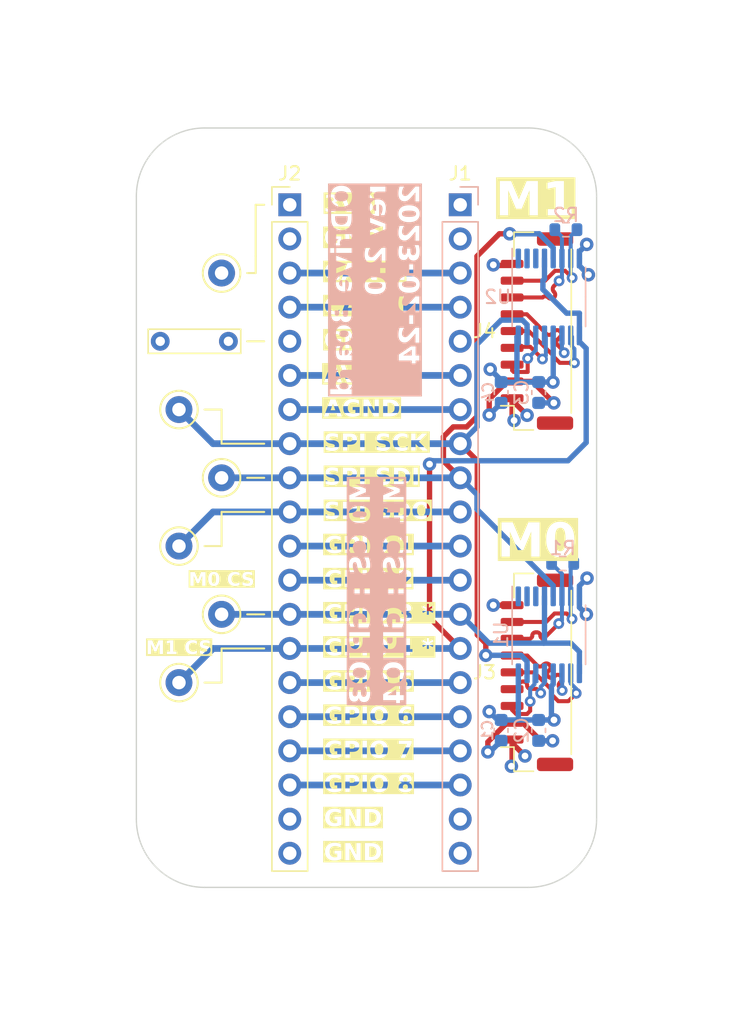
<source format=kicad_pcb>
(kicad_pcb (version 20221018) (generator pcbnew)
  (title_block (title "ODrive to SN65LVDS050 Board") (date "2022-08-26") (rev "2.0") (comment 1 "creativecommons.org/licences/by/4.0") (comment 2 "License: CC by 4.0") (comment 3 "Author: Jordan Aceto"))
  (layers (0 "F.Cu" signal) (1 "In1.Cu" signal) (2 "In2.Cu" signal) (31 "B.Cu" signal) (34 "B.Paste" user) (35 "F.Paste" user) (36 "B.SilkS" user "B.Silkscreen") (37 "F.SilkS" user "F.Silkscreen") (38 "B.Mask" user) (39 "F.Mask" user) (44 "Edge.Cuts" user))
  (net 0 "")
  (net 1 "GND")
  (net 2 "/CAN_H")
  (net 3 "/CAN_L")
  (net 4 "+3.3VADC")
  (net 5 "GNDA")
  (net 6 "+3V3")
  (net 7 "/GPIO_1")
  (net 8 "/GPIO_2")
  (net 9 "/GPIO_3")
  (net 10 "/GPIO_4")
  (net 11 "/GPIO_5")
  (net 12 "/GPIO_6")
  (net 13 "/GPIO_7")
  (net 14 "/GPIO_8")
  (net 15 "/M0_1D+")
  (net 16 "/M0_1D-")
  (net 17 "/M0_2D+")
  (net 18 "/M0_2D-")
  (net 19 "/SPI.SCK")
  (net 20 "/SPI.SDI")
  (net 21 "/SPI.SDO")
  (net 22 "/M0_2R+")
  (net 23 "/M0_2R-")
  (net 24 "/M1_1D+")
  (net 25 "/M1_1D-")
  (net 26 "/M1_2D+")
  (net 27 "/M1_2D-")
  (net 28 "/M1_2R+")
  (net 29 "/M1_2R-")
  (footprint "Connector_JST:JST_GH_SM09B-GHS-TB_1x09-1MP_P1.25mm_Horizontal" (layer "F.Cu") (at 164.465 116.078 90)
    (fp_text reference "J3" (at 0 -3.9 180) (layer "F.SilkS"))
    (fp_text value "MOTOR_0")
    (pad "1" smd roundrect (at -5 -1.85 90) (size 0.6 1.7) (layers "F.Cu" "F.Paste" "F.Mask") (net 6 "+3V3"))
    (pad "2" smd roundrect (at -3.75 -1.85 90) (size 0.6 1.7) (layers "F.Cu" "F.Paste" "F.Mask") (net 1 "GND"))
    (pad "3" smd roundrect (at -2.5 -1.85 90) (size 0.6 1.7) (layers "F.Cu" "F.Paste" "F.Mask") (net 15 "/M0_1D+"))
    (pad "4" smd roundrect (at -1.25 -1.85 90) (size 0.6 1.7) (layers "F.Cu" "F.Paste" "F.Mask") (net 16 "/M0_1D-"))
    (pad "5" smd roundrect (at 0 -1.85 90) (size 0.6 1.7) (layers "F.Cu" "F.Paste" "F.Mask") (net 17 "/M0_2D+"))
    (pad "6" smd roundrect (at 1.25 -1.85 90) (size 0.6 1.7) (layers "F.Cu" "F.Paste" "F.Mask") (net 18 "/M0_2D-"))
    (pad "7" smd roundrect (at 2.5 -1.85 90) (size 0.6 1.7) (layers "F.Cu" "F.Paste" "F.Mask") (net 22 "/M0_2R+"))
    (pad "8" smd roundrect (at 3.75 -1.85 90) (size 0.6 1.7) (layers "F.Cu" "F.Paste" "F.Mask") (net 23 "/M0_2R-"))
    (pad "9" smd roundrect (at 5 -1.85 90) (size 0.6 1.7) (layers "F.Cu" "F.Paste" "F.Mask") (net 1 "GND"))
    (pad "MP" smd roundrect (at -6.85 1.35 90) (size 1 2.7) (layers "F.Cu" "F.Paste" "F.Mask"))
    (pad "MP" smd roundrect (at 6.85 1.35 90) (size 1 2.7) (layers "F.Cu" "F.Paste" "F.Mask"))
  )
  (footprint "MountingHole:MountingHole_3.2mm_M3" (layer "F.Cu") (at 139.7 80.645)
    (fp_text reference "REF**" hide)
    (fp_text value "MountingHole_3.2mm_M3")
    (pad "" np_thru_hole circle locked (at 0 0) (size 3.2 3.2) (drill 3.2) (layers "*.Cu" "*.Mask"))
  )
  (footprint "TestPoint:TestPoint_Keystone_5000-5004_Miniature" (layer "F.Cu") (at 140.97 111.76)
    (fp_text reference "TP4" hide)
    (fp_text value "CS_0")
    (pad "1" thru_hole circle (at 0 0) (size 2 2) (drill 1) (layers "*.Cu" "*.Mask") (net 9 "/GPIO_3"))
  )
  (footprint "Connector_PinHeader_2.54mm:PinHeader_1x20_P2.54mm_Vertical" (layer "F.Cu") (at 146.05 81.28)
    (fp_text reference "J2" (at 0 -2.33) (layer "F.SilkS"))
    (fp_text value "thru_conn")
    (pad "1" thru_hole rect locked (at 0 0) (size 1.7 1.7) (drill 1) (layers "*.Cu" "*.Mask") (net 6 "+3V3"))
    (pad "2" thru_hole oval locked (at 0 2.54) (size 1.7 1.7) (drill 1) (layers "*.Cu" "*.Mask") (net 1 "GND"))
    (pad "3" thru_hole oval locked (at 0 5.08) (size 1.7 1.7) (drill 1) (layers "*.Cu" "*.Mask") (net 2 "/CAN_H"))
    (pad "4" thru_hole oval locked (at 0 7.62) (size 1.7 1.7) (drill 1) (layers "*.Cu" "*.Mask") (net 3 "/CAN_L"))
    (pad "5" thru_hole oval locked (at 0 10.16) (size 1.7 1.7) (drill 1) (layers "*.Cu" "*.Mask") (net 1 "GND"))
    (pad "6" thru_hole oval locked (at 0 12.7) (size 1.7 1.7) (drill 1) (layers "*.Cu" "*.Mask") (net 4 "+3.3VADC"))
    (pad "7" thru_hole oval locked (at 0 15.24) (size 1.7 1.7) (drill 1) (layers "*.Cu" "*.Mask") (net 5 "GNDA"))
    (pad "8" thru_hole oval locked (at 0 17.78) (size 1.7 1.7) (drill 1) (layers "*.Cu" "*.Mask") (net 19 "/SPI.SCK"))
    (pad "9" thru_hole oval locked (at 0 20.32) (size 1.7 1.7) (drill 1) (layers "*.Cu" "*.Mask") (net 20 "/SPI.SDI"))
    (pad "10" thru_hole oval locked (at 0 22.86) (size 1.7 1.7) (drill 1) (layers "*.Cu" "*.Mask") (net 21 "/SPI.SDO"))
    (pad "11" thru_hole oval locked (at 0 25.4) (size 1.7 1.7) (drill 1) (layers "*.Cu" "*.Mask") (net 7 "/GPIO_1"))
    (pad "12" thru_hole oval locked (at 0 27.94) (size 1.7 1.7) (drill 1) (layers "*.Cu" "*.Mask") (net 8 "/GPIO_2"))
    (pad "13" thru_hole oval locked (at 0 30.48) (size 1.7 1.7) (drill 1) (layers "*.Cu" "*.Mask") (net 9 "/GPIO_3"))
    (pad "14" thru_hole oval locked (at 0 33.02) (size 1.7 1.7) (drill 1) (layers "*.Cu" "*.Mask") (net 10 "/GPIO_4"))
    (pad "15" thru_hole oval locked (at 0 35.56) (size 1.7 1.7) (drill 1) (layers "*.Cu" "*.Mask") (net 11 "/GPIO_5"))
    (pad "16" thru_hole oval locked (at 0 38.1) (size 1.7 1.7) (drill 1) (layers "*.Cu" "*.Mask") (net 12 "/GPIO_6"))
    (pad "17" thru_hole oval locked (at 0 40.64) (size 1.7 1.7) (drill 1) (layers "*.Cu" "*.Mask") (net 13 "/GPIO_7"))
    (pad "18" thru_hole oval locked (at 0 43.18) (size 1.7 1.7) (drill 1) (layers "*.Cu" "*.Mask") (net 14 "/GPIO_8"))
    (pad "19" thru_hole oval locked (at 0 45.72) (size 1.7 1.7) (drill 1) (layers "*.Cu" "*.Mask") (net 1 "GND"))
    (pad "20" thru_hole oval locked (at 0 48.26) (size 1.7 1.7) (drill 1) (layers "*.Cu" "*.Mask") (net 1 "GND"))
  )
  (footprint "TestPoint:TestPoint_Keystone_5000-5004_Miniature" (layer "F.Cu") (at 140.97 101.6)
    (fp_text reference "TP2" hide)
    (fp_text value "SDI")
    (pad "1" thru_hole circle (at 0 0) (size 2 2) (drill 1) (layers "*.Cu" "*.Mask") (net 20 "/SPI.SDI"))
  )
  (footprint "MountingHole:MountingHole_3.2mm_M3" (layer "F.Cu") (at 139.7 123.19)
    (fp_text reference "REF**" hide)
    (fp_text value "MountingHole_3.2mm_M3")
    (pad "" np_thru_hole circle locked (at 0 0) (size 3.2 3.2) (drill 3.2) (layers "*.Cu" "*.Mask"))
  )
  (footprint "Connector_JST:JST_GH_SM09B-GHS-TB_1x09-1MP_P1.25mm_Horizontal" (layer "F.Cu") (at 164.465 90.678 90)
    (fp_text reference "J4" (at 0 -3.9 180) (layer "F.SilkS"))
    (fp_text value "MOTOR_1")
    (pad "1" smd roundrect (at -5 -1.85 90) (size 0.6 1.7) (layers "F.Cu" "F.Paste" "F.Mask") (net 6 "+3V3"))
    (pad "2" smd roundrect (at -3.75 -1.85 90) (size 0.6 1.7) (layers "F.Cu" "F.Paste" "F.Mask") (net 1 "GND"))
    (pad "3" smd roundrect (at -2.5 -1.85 90) (size 0.6 1.7) (layers "F.Cu" "F.Paste" "F.Mask") (net 24 "/M1_1D+"))
    (pad "4" smd roundrect (at -1.25 -1.85 90) (size 0.6 1.7) (layers "F.Cu" "F.Paste" "F.Mask") (net 25 "/M1_1D-"))
    (pad "5" smd roundrect (at 0 -1.85 90) (size 0.6 1.7) (layers "F.Cu" "F.Paste" "F.Mask") (net 26 "/M1_2D+"))
    (pad "6" smd roundrect (at 1.25 -1.85 90) (size 0.6 1.7) (layers "F.Cu" "F.Paste" "F.Mask") (net 27 "/M1_2D-"))
    (pad "7" smd roundrect (at 2.5 -1.85 90) (size 0.6 1.7) (layers "F.Cu" "F.Paste" "F.Mask") (net 28 "/M1_2R+"))
    (pad "8" smd roundrect (at 3.75 -1.85 90) (size 0.6 1.7) (layers "F.Cu" "F.Paste" "F.Mask") (net 29 "/M1_2R-"))
    (pad "9" smd roundrect (at 5 -1.85 90) (size 0.6 1.7) (layers "F.Cu" "F.Paste" "F.Mask") (net 1 "GND"))
    (pad "MP" smd roundrect (at -6.85 1.35 90) (size 1 2.7) (layers "F.Cu" "F.Paste" "F.Mask"))
    (pad "MP" smd roundrect (at 6.85 1.35 90) (size 1 2.7) (layers "F.Cu" "F.Paste" "F.Mask"))
  )
  (footprint "TestPoint:TestPoint_Keystone_5000-5004_Miniature" (layer "F.Cu") (at 137.795 96.52)
    (fp_text reference "TP1" hide)
    (fp_text value "SCK")
    (pad "1" thru_hole circle (at 0 0) (size 2 2) (drill 1) (layers "*.Cu" "*.Mask") (net 19 "/SPI.SCK"))
  )
  (footprint "TestPoint:TestPoint_Bridge_Pitch5.08mm_Drill0.7mm" (layer "F.Cu") (at 136.398 91.44)
    (fp_text reference "TP7" hide)
    (fp_text value "GND")
    (pad "1" thru_hole circle (at 0 0) (size 1.4 1.4) (drill 0.7) (layers "*.Cu" "*.Mask") (net 1 "GND"))
    (pad "1" thru_hole circle (at 5.08 0) (size 1.4 1.4) (drill 0.7) (layers "*.Cu" "*.Mask") (net 1 "GND"))
  )
  (footprint "TestPoint:TestPoint_Keystone_5000-5004_Miniature" (layer "F.Cu") (at 137.795 116.84)
    (fp_text reference "TP5" hide)
    (fp_text value "CS_1")
    (pad "1" thru_hole circle (at 0 0) (size 2 2) (drill 1) (layers "*.Cu" "*.Mask") (net 10 "/GPIO_4"))
  )
  (footprint "TestPoint:TestPoint_Keystone_5000-5004_Miniature" (layer "F.Cu") (at 137.795 106.68)
    (fp_text reference "TP3" hide)
    (fp_text value "SDO")
    (pad "1" thru_hole circle (at 0 0) (size 2 2) (drill 1) (layers "*.Cu" "*.Mask") (net 21 "/SPI.SDO"))
  )
  (footprint "TestPoint:TestPoint_Keystone_5000-5004_Miniature" (layer "F.Cu") (at 140.97 86.36)
    (fp_text reference "TP6" hide)
    (fp_text value "3V3")
    (pad "1" thru_hole circle (at 0 0) (size 2 2) (drill 1) (layers "*.Cu" "*.Mask") (net 6 "+3V3"))
  )
  (footprint "Resistor_SMD:R_0603_1608Metric" (layer "B.Cu") (at 166.3832 107.9754)
    (fp_text reference "R1" (at 0 -1.143) (layer "B.SilkS") (effects (justify mirror)))
    (fp_text value "110")
    (pad "1" smd roundrect (at -0.825 0) (size 0.8 0.95) (layers "B.Cu" "B.Paste" "B.Mask") (net 22 "/M0_2R+"))
    (pad "2" smd roundrect (at 0.825 0) (size 0.8 0.95) (layers "B.Cu" "B.Paste" "B.Mask") (net 23 "/M0_2R-"))
  )
  (footprint "Capacitor_SMD:C_0603_1608Metric" (layer "B.Cu") (at 164.592 95.25 -90)
    (fp_text reference "C3" (at 0 1.27 90) (layer "B.SilkS") (effects (justify mirror)))
    (fp_text value "100n")
    (pad "1" smd roundrect (at -0.775 0 270) (size 0.9 0.95) (layers "B.Cu" "B.Paste" "B.Mask") (net 6 "+3V3"))
    (pad "2" smd roundrect (at 0.775 0 270) (size 0.9 0.95) (layers "B.Cu" "B.Paste" "B.Mask") (net 1 "GND"))
  )
  (footprint "Resistor_SMD:R_0603_1608Metric" (layer "B.Cu") (at 166.624 83.1342)
    (fp_text reference "R2" (at 0 -1.0922) (layer "B.SilkS") (effects (justify mirror)))
    (fp_text value "110")
    (pad "1" smd roundrect (at -0.825 0) (size 0.8 0.95) (layers "B.Cu" "B.Paste" "B.Mask") (net 28 "/M1_2R+"))
    (pad "2" smd roundrect (at 0.825 0) (size 0.8 0.95) (layers "B.Cu" "B.Paste" "B.Mask") (net 29 "/M1_2R-"))
  )
  (footprint "Connector_PinHeader_2.54mm:PinHeader_1x20_P2.54mm_Vertical" (layer "B.Cu") (at 158.75 81.28 180)
    (fp_text reference "J1" (at 0 2.33) (layer "F.SilkS"))
    (fp_text value "Odrive_conn")
    (pad "1" thru_hole rect locked (at 0 0 180) (size 1.7 1.7) (drill 1) (layers "*.Cu" "*.Mask") (net 6 "+3V3"))
    (pad "2" thru_hole oval locked (at 0 -2.54 180) (size 1.7 1.7) (drill 1) (layers "*.Cu" "*.Mask") (net 1 "GND"))
    (pad "3" thru_hole oval locked (at 0 -5.08 180) (size 1.7 1.7) (drill 1) (layers "*.Cu" "*.Mask") (net 2 "/CAN_H"))
    (pad "4" thru_hole oval locked (at 0 -7.62 180) (size 1.7 1.7) (drill 1) (layers "*.Cu" "*.Mask") (net 3 "/CAN_L"))
    (pad "5" thru_hole oval locked (at 0 -10.16 180) (size 1.7 1.7) (drill 1) (layers "*.Cu" "*.Mask") (net 1 "GND"))
    (pad "6" thru_hole oval locked (at 0 -12.7 180) (size 1.7 1.7) (drill 1) (layers "*.Cu" "*.Mask") (net 4 "+3.3VADC"))
    (pad "7" thru_hole oval locked (at 0 -15.24 180) (size 1.7 1.7) (drill 1) (layers "*.Cu" "*.Mask") (net 5 "GNDA"))
    (pad "8" thru_hole oval locked (at 0 -17.78 180) (size 1.7 1.7) (drill 1) (layers "*.Cu" "*.Mask") (net 19 "/SPI.SCK"))
    (pad "9" thru_hole oval locked (at 0 -20.32 180) (size 1.7 1.7) (drill 1) (layers "*.Cu" "*.Mask") (net 20 "/SPI.SDI"))
    (pad "10" thru_hole oval locked (at 0 -22.86 180) (size 1.7 1.7) (drill 1) (layers "*.Cu" "*.Mask") (net 21 "/SPI.SDO"))
    (pad "11" thru_hole oval locked (at 0 -25.4 180) (size 1.7 1.7) (drill 1) (layers "*.Cu" "*.Mask") (net 7 "/GPIO_1"))
    (pad "12" thru_hole oval locked (at 0 -27.94 180) (size 1.7 1.7) (drill 1) (layers "*.Cu" "*.Mask") (net 8 "/GPIO_2"))
    (pad "13" thru_hole oval locked (at 0 -30.48 180) (size 1.7 1.7) (drill 1) (layers "*.Cu" "*.Mask") (net 9 "/GPIO_3"))
    (pad "14" thru_hole oval locked (at 0 -33.02 180) (size 1.7 1.7) (drill 1) (layers "*.Cu" "*.Mask") (net 10 "/GPIO_4"))
    (pad "15" thru_hole oval locked (at 0 -35.56 180) (size 1.7 1.7) (drill 1) (layers "*.Cu" "*.Mask") (net 11 "/GPIO_5"))
    (pad "16" thru_hole oval locked (at 0 -38.1 180) (size 1.7 1.7) (drill 1) (layers "*.Cu" "*.Mask") (net 12 "/GPIO_6"))
    (pad "17" thru_hole oval locked (at 0 -40.64 180) (size 1.7 1.7) (drill 1) (layers "*.Cu" "*.Mask") (net 13 "/GPIO_7"))
    (pad "18" thru_hole oval locked (at 0 -43.18 180) (size 1.7 1.7) (drill 1) (layers "*.Cu" "*.Mask") (net 14 "/GPIO_8"))
    (pad "19" thru_hole oval locked (at 0 -45.72 180) (size 1.7 1.7) (drill 1) (layers "*.Cu" "*.Mask") (net 1 "GND"))
    (pad "20" thru_hole oval locked (at 0 -48.26 180) (size 1.7 1.7) (drill 1) (layers "*.Cu" "*.Mask") (net 1 "GND"))
  )
  (footprint "Package_SO:TSSOP-16_4.4x5mm_P0.65mm" (layer "B.Cu") (at 165.354 113.284 -90)
    (fp_text reference "U1" (at 0 3.556 -90) (layer "B.SilkS") (effects (justify mirror)))
    (fp_text value "SN65LVDS050PW")
    (pad "1" smd roundrect (at -2.8625 2.275 270) (size 1.475 0.4) (layers "B.Cu" "B.Paste" "B.Mask"))
    (pad "2" smd roundrect (at -2.8625 1.625 270) (size 1.475 0.4) (layers "B.Cu" "B.Paste" "B.Mask"))
    (pad "3" smd roundrect (at -2.8625 0.975 270) (size 1.475 0.4) (layers "B.Cu" "B.Paste" "B.Mask"))
    (pad "4" smd roundrect (at -2.8625 0.325 270) (size 1.475 0.4) (layers "B.Cu" "B.Paste" "B.Mask") (net 9 "/GPIO_3"))
    (pad "5" smd roundrect (at -2.8625 -0.325 270) (size 1.475 0.4) (layers "B.Cu" "B.Paste" "B.Mask") (net 20 "/SPI.SDI"))
    (pad "6" smd roundrect (at -2.8625 -0.975 270) (size 1.475 0.4) (layers "B.Cu" "B.Paste" "B.Mask") (net 22 "/M0_2R+"))
    (pad "7" smd roundrect (at -2.8625 -1.625 270) (size 1.475 0.4) (layers "B.Cu" "B.Paste" "B.Mask") (net 23 "/M0_2R-"))
    (pad "8" smd roundrect (at -2.8625 -2.275 270) (size 1.475 0.4) (layers "B.Cu" "B.Paste" "B.Mask") (net 1 "GND"))
    (pad "9" smd roundrect (at 2.8625 -2.275 270) (size 1.475 0.4) (layers "B.Cu" "B.Paste" "B.Mask") (net 9 "/GPIO_3"))
    (pad "10" smd roundrect (at 2.8625 -1.625 270) (size 1.475 0.4) (layers "B.Cu" "B.Paste" "B.Mask") (net 17 "/M0_2D+"))
    (pad "11" smd roundrect (at 2.8625 -0.975 270) (size 1.475 0.4) (layers "B.Cu" "B.Paste" "B.Mask") (net 18 "/M0_2D-"))
    (pad "12" smd roundrect (at 2.8625 -0.325 270) (size 1.475 0.4) (layers "B.Cu" "B.Paste" "B.Mask") (net 6 "+3V3"))
    (pad "13" smd roundrect (at 2.8625 0.325 270) (size 1.475 0.4) (layers "B.Cu" "B.Paste" "B.Mask") (net 16 "/M0_1D-"))
    (pad "14" smd roundrect (at 2.8625 0.975 270) (size 1.475 0.4) (layers "B.Cu" "B.Paste" "B.Mask") (net 15 "/M0_1D+"))
    (pad "15" smd roundrect (at 2.8625 1.625 270) (size 1.475 0.4) (layers "B.Cu" "B.Paste" "B.Mask") (net 19 "/SPI.SCK"))
    (pad "16" smd roundrect (at 2.8625 2.275 270) (size 1.475 0.4) (layers "B.Cu" "B.Paste" "B.Mask") (net 6 "+3V3"))
  )
  (footprint "Capacitor_SMD:C_0603_1608Metric" (layer "B.Cu") (at 161.798 95.25 -90)
    (fp_text reference "C4" (at 0 0.9652 90) (layer "B.SilkS") (effects (font (size 0.8 0.8)) (justify mirror)))
    (fp_text value "1n")
    (pad "1" smd roundrect (at -0.775 0 270) (size 0.9 0.95) (layers "B.Cu" "B.Paste" "B.Mask") (net 6 "+3V3"))
    (pad "2" smd roundrect (at 0.775 0 270) (size 0.9 0.95) (layers "B.Cu" "B.Paste" "B.Mask") (net 1 "GND"))
  )
  (footprint "Package_SO:TSSOP-16_4.4x5mm_P0.65mm" (layer "B.Cu") (at 165.354 88.138 -90)
    (fp_text reference "U2" (at 0 3.81 -180) (layer "B.SilkS") (effects (justify mirror)))
    (fp_text value "SN65LVDS050PW")
    (pad "1" smd roundrect (at -2.8625 2.275 270) (size 1.475 0.4) (layers "B.Cu" "B.Paste" "B.Mask"))
    (pad "2" smd roundrect (at -2.8625 1.625 270) (size 1.475 0.4) (layers "B.Cu" "B.Paste" "B.Mask"))
    (pad "3" smd roundrect (at -2.8625 0.975 270) (size 1.475 0.4) (layers "B.Cu" "B.Paste" "B.Mask"))
    (pad "4" smd roundrect (at -2.8625 0.325 270) (size 1.475 0.4) (layers "B.Cu" "B.Paste" "B.Mask") (net 10 "/GPIO_4"))
    (pad "5" smd roundrect (at -2.8625 -0.325 270) (size 1.475 0.4) (layers "B.Cu" "B.Paste" "B.Mask") (net 20 "/SPI.SDI"))
    (pad "6" smd roundrect (at -2.8625 -0.975 270) (size 1.475 0.4) (layers "B.Cu" "B.Paste" "B.Mask") (net 28 "/M1_2R+"))
    (pad "7" smd roundrect (at -2.8625 -1.625 270) (size 1.475 0.4) (layers "B.Cu" "B.Paste" "B.Mask") (net 29 "/M1_2R-"))
    (pad "8" smd roundrect (at -2.8625 -2.275 270) (size 1.475 0.4) (layers "B.Cu" "B.Paste" "B.Mask") (net 1 "GND"))
    (pad "9" smd roundrect (at 2.8625 -2.275 270) (size 1.475 0.4) (layers "B.Cu" "B.Paste" "B.Mask") (net 10 "/GPIO_4"))
    (pad "10" smd roundrect (at 2.8625 -1.625 270) (size 1.475 0.4) (layers "B.Cu" "B.Paste" "B.Mask") (net 26 "/M1_2D+"))
    (pad "11" smd roundrect (at 2.8625 -0.975 270) (size 1.475 0.4) (layers "B.Cu" "B.Paste" "B.Mask") (net 27 "/M1_2D-"))
    (pad "12" smd roundrect (at 2.8625 -0.325 270) (size 1.475 0.4) (layers "B.Cu" "B.Paste" "B.Mask") (net 6 "+3V3"))
    (pad "13" smd roundrect (at 2.8625 0.325 270) (size 1.475 0.4) (layers "B.Cu" "B.Paste" "B.Mask") (net 25 "/M1_1D-"))
    (pad "14" smd roundrect (at 2.8625 0.975 270) (size 1.475 0.4) (layers "B.Cu" "B.Paste" "B.Mask") (net 24 "/M1_1D+"))
    (pad "15" smd roundrect (at 2.8625 1.625 270) (size 1.475 0.4) (layers "B.Cu" "B.Paste" "B.Mask") (net 19 "/SPI.SCK"))
    (pad "16" smd roundrect (at 2.8625 2.275 270) (size 1.475 0.4) (layers "B.Cu" "B.Paste" "B.Mask") (net 6 "+3V3"))
  )
  (footprint "Capacitor_SMD:C_0603_1608Metric" (layer "B.Cu") (at 161.798 120.396 -90)
    (fp_text reference "C1" (at 0 1.016 90) (layer "B.SilkS") (effects (font (size 0.8 0.8)) (justify mirror)))
    (fp_text value "100n")
    (pad "1" smd roundrect (at -0.775 0 270) (size 0.9 0.95) (layers "B.Cu" "B.Paste" "B.Mask") (net 6 "+3V3"))
    (pad "2" smd roundrect (at 0.775 0 270) (size 0.9 0.95) (layers "B.Cu" "B.Paste" "B.Mask") (net 1 "GND"))
  )
  (footprint "Capacitor_SMD:C_0603_1608Metric" (layer "B.Cu") (at 164.592 120.396 -90)
    (fp_text reference "C2" (at 0 1.27 90) (layer "B.SilkS") (effects (justify mirror)))
    (fp_text value "1n")
    (pad "1" smd roundrect (at -0.775 0 270) (size 0.9 0.95) (layers "B.Cu" "B.Paste" "B.Mask") (net 6 "+3V3"))
    (pad "2" smd roundrect (at 0.775 0 270) (size 0.9 0.95) (layers "B.Cu" "B.Paste" "B.Mask") (net 1 "GND"))
  )
  (gr_line (start 140.97 116.84) (end 139.7 116.84) (stroke (width 0.15)) (layer "F.SilkS"))
  (gr_line (start 140.97 99.06) (end 140.97 96.52) (stroke (width 0.15)) (layer "F.SilkS"))
  (gr_line (start 142.875 86.36) (end 143.51 86.36) (stroke (width 0.15)) (layer "F.SilkS"))
  (gr_line (start 142.875 91.44) (end 144.145 91.44) (stroke (width 0.15)) (layer "F.SilkS"))
  (gr_line (start 143.51 111.76) (end 142.875 111.76) (stroke (width 0.15)) (layer "F.SilkS"))
  (gr_line (start 144.145 104.14) (end 140.97 104.14) (stroke (width 0.15)) (layer "F.SilkS"))
  (gr_line (start 144.145 99.06) (end 140.97 99.06) (stroke (width 0.15)) (layer "F.SilkS"))
  (gr_line (start 140.97 106.68) (end 139.7 106.68) (stroke (width 0.15)) (layer "F.SilkS"))
  (gr_line (start 140.97 104.14) (end 140.97 106.68) (stroke (width 0.15)) (layer "F.SilkS"))
  (gr_line (start 143.51 86.36) (end 143.51 85.09) (stroke (width 0.15)) (layer "F.SilkS"))
  (gr_line (start 142.875 101.6) (end 144.145 101.6) (stroke (width 0.15)) (layer "F.SilkS"))
  (gr_line (start 143.51 85.09) (end 143.51 81.28) (stroke (width 0.15)) (layer "F.SilkS"))
  (gr_line (start 140.97 114.3) (end 140.97 116.84) (stroke (width 0.15)) (layer "F.SilkS"))
  (gr_line (start 144.145 114.3) (end 140.97 114.3) (stroke (width 0.15)) (layer "F.SilkS"))
  (gr_line (start 140.97 96.52) (end 139.7 96.52) (stroke (width 0.15)) (layer "F.SilkS"))
  (gr_line (start 144.145 111.76) (end 143.51 111.76) (stroke (width 0.15)) (layer "F.SilkS"))
  (gr_line (start 143.51 81.28) (end 144.145 81.28) (stroke (width 0.15)) (layer "F.SilkS"))
  (gr_arc (start 139.7 132.08) (mid 136.107898 130.592102) (end 134.62 127) (stroke (width 0.1)) (layer "Edge.Cuts"))
  (gr_line (start 134.62 80.645) (end 134.62 127) (stroke (width 0.1)) (layer "Edge.Cuts"))
  (gr_arc (start 163.83 75.565) (mid 167.422102 77.052898) (end 168.91 80.645) (stroke (width 0.1)) (layer "Edge.Cuts"))
  (gr_line (start 163.83 75.565) (end 139.7 75.565) (stroke (width 0.1)) (layer "Edge.Cuts"))
  (gr_arc (start 134.62 80.645) (mid 136.107898 77.052898) (end 139.7 75.565) (stroke (width 0.1)) (layer "Edge.Cuts"))
  (gr_line (start 168.91 127) (end 168.91 80.645) (stroke (width 0.1)) (layer "Edge.Cuts"))
  (gr_arc (start 168.91 127) (mid 167.422102 130.592102) (end 163.83 132.08) (stroke (width 0.1)) (layer "Edge.Cuts"))
  (gr_line (start 139.7 132.08) (end 163.83 132.08) (stroke (width 0.1)) (layer "Edge.Cuts"))
  (gr_text "ODrive Board\nrev 2.0\n2023-02-24" (at 155.956 79.756 90) (layer "B.SilkS" knockout) (effects (font (size 1.5 1.5) (thickness 0.25) bold) (justify left bottom mirror)))
  (gr_text "M0 CS : GPIO3\nM1 CS : GPIO4" (at 152.654 109.982 90) (layer "B.SilkS" knockout) (effects (font (size 1.5 1.5) (thickness 0.25) bold) (justify mirror)))
  (gr_text "CAN L" (at 148.59 88.9) (layer "F.SilkS" knockout) (effects (font (size 1.25 1.25) (thickness 0.25) bold) (justify left)))
  (gr_text "M0" (at 164.465 106.426) (layer "F.SilkS" knockout) (effects (font (size 2.5 2.5) (thickness 0.25) bold)))
  (gr_text "SPI SDO" (at 148.59 104.14) (layer "F.SilkS" knockout) (effects (font (size 1.25 1.25) (thickness 0.25) bold) (justify left)))
  (gr_text "GPIO 3 *" (at 148.59 111.76) (layer "F.SilkS" knockout) (effects (font (size 1.25 1.25) (thickness 0.25) bold) (justify left)))
  (gr_text "SPI SCK" (at 148.59 99.06) (layer "F.SilkS" knockout) (effects (font (size 1.25 1.25) (thickness 0.25) bold) (justify left)))
  (gr_text "CAN H" (at 148.59 86.36) (layer "F.SilkS" knockout) (effects (font (size 1.25 1.25) (thickness 0.25) bold) (justify left)))
  (gr_text "GPIO 4 *" (at 148.59 114.3) (layer "F.SilkS" knockout) (effects (font (size 1.25 1.25) (thickness 0.25) bold) (justify left)))
  (gr_text "GND" (at 148.59 83.82) (layer "F.SilkS" knockout) (effects (font (size 1.25 1.25) (thickness 0.25) bold) (justify left)))
  (gr_text "GND" (at 148.59 129.54) (layer "F.SilkS" knockout) (effects (font (size 1.25 1.25) (thickness 0.25) bold) (justify left)))
  (gr_text "GND" (at 148.59 127) (layer "F.SilkS" knockout) (effects (font (size 1.25 1.25) (thickness 0.25) bold) (justify left)))
  (gr_text "AGND" (at 148.59 96.52) (layer "F.SilkS" knockout) (effects (font (size 1.25 1.25) (thickness 0.25) bold) (justify left)))
  (gr_text "AVCC" (at 148.59 93.98) (layer "F.SilkS" knockout) (effects (font (size 1.25 1.25) (thickness 0.25) bold) (justify left)))
  (gr_text "GPIO 2" (at 148.59 109.22) (layer "F.SilkS" knockout) (effects (font (size 1.25 1.25) (thickness 0.25) bold) (justify left)))
  (gr_text "3V3" (at 148.59 81.28) (layer "F.SilkS" knockout) (effects (font (size 1.25 1.25) (thickness 0.25) bold) (justify left)))
  (gr_text "GND" (at 148.59 91.44) (layer "F.SilkS" knockout) (effects (font (size 1.25 1.25) (thickness 0.25) bold) (justify left)))
  (gr_text "M0 CS" (at 140.97 109.22) (layer "F.SilkS" knockout) (effects (font (size 1 1) (thickness 0.25) bold)))
  (gr_text "GPIO 7" (at 148.59 121.92) (layer "F.SilkS" knockout) (effects (font (size 1.25 1.25) (thickness 0.25) bold) (justify left)))
  (gr_text "GPIO 6" (at 148.59 119.38) (layer "F.SilkS" knockout) (effects (font (size 1.25 1.25) (thickness 0.25) bold) (justify left)))
  (gr_text "M1 CS" (at 137.795 114.3) (layer "F.SilkS" knockout) (effects (font (size 1 1) (thickness 0.25) bold)))
  (gr_text "SPI SDI" (at 148.59 101.6) (layer "F.SilkS" knockout) (effects (font (size 1.25 1.25) (thickness 0.25) bold) (justify left)))
  (gr_text "GPIO 1" (at 148.59 106.68) (layer "F.SilkS" knockout) (effects (font (size 1.25 1.25) (thickness 0.25) bold) (justify left)))
  (gr_text "GPIO 8" (at 148.59 124.46) (layer "F.SilkS" knockout) (effects (font (size 1.25 1.25) (thickness 0.25) bold) (justify left)))
  (gr_text "GPIO 5" (at 148.59 116.84) (layer "F.SilkS" knockout) (effects (font (size 1.25 1.25) (thickness 0.25) bold) (justify left)))
  (gr_text "M1" (at 164.338 81.026) (layer "F.SilkS" knockout) (effects (font (size 2.5 2.5) (thickness 0.25) bold)))
  (segment (start 160.909 95.756183) (end 160.909 96.9264) (width 0.4) (layer "F.Cu") (net 1))
  (segment (start 164.1256 94.428) (end 165.722599 96.024999) (width 0.4) (layer "F.Cu") (net 1))
  (segment (start 161.2584 85.795) (end 161.2138 85.7504) (width 0.4) (layer "F.Cu") (net 1))
  (segment (start 162.237183 94.428) (end 160.909 95.756183) (width 0.4) (layer "F.Cu") (net 1))
  (segment (start 162.237183 119.828) (end 160.8074 121.257783) (width 0.4) (layer "F.Cu") (net 1))
  (segment (start 164.754988 121.171) (end 163.411988 119.828) (width 0.4) (layer "F.Cu") (net 1))
  (segment (start 162.615 119.828) (end 162.237183 119.828) (width 0.4) (layer "F.Cu") (net 1))
  (segment (start 160.8074 121.257783) (end 160.8074 121.9962) (width 0.4) (layer "F.Cu") (net 1))
  (segment (start 163.411988 119.828) (end 162.615 119.828) (width 0.4) (layer "F.Cu") (net 1))
  (segment (start 162.498 111.078) (end 161.210001 111.077999) (width 0.4) (layer "F.Cu") (net 1))
  (segment (start 162.615 94.428) (end 164.1256 94.428) (width 0.4) (layer "F.Cu") (net 1))
  (segment (start 165.6334 121.171) (end 164.754988 121.171) (width 0.4) (layer "F.Cu") (net 1))
  (segment (start 162.615 94.428) (end 162.237183 94.428) (width 0.4) (layer "F.Cu") (net 1))
  (segment (start 162.615 85.795) (end 161.2584 85.795) (width 0.4) (layer "F.Cu") (net 1))
  (via (at 160.909 96.9264) (size 1) (drill 0.5) (layers "F.Cu" "B.Cu") (net 1))
  (via (at 165.722599 96.024999) (size 1) (drill 0.5) (layers "F.Cu" "B.Cu") (net 1))
  (via (at 165.6334 121.171) (size 1) (drill 0.5) (layers "F.Cu" "B.Cu") (net 1))
  (via (at 161.2138 85.7504) (size 1) (drill 0.5) (layers "F.Cu" "B.Cu") (net 1))
  (via (at 168.1988 109.0676) (size 1) (drill 0.5) (layers "F.Cu" "B.Cu") (net 1))
  (via (at 161.210001 111.077999) (size 1) (drill 0.5) (layers "F.Cu" "B.Cu") (net 1))
  (via (at 168.1734 84.2264) (size 1) (drill 0.5) (layers "F.Cu" "B.Cu") (net 1))
  (via (at 168.148 111.76) (size 1) (drill 0.5) (layers "F.Cu" "B.Cu") (net 1))
  (via (at 168.3004 86.487) (size 1) (drill 0.5) (layers "F.Cu" "B.Cu") (net 1))
  (via (at 160.8074 121.9962) (size 1) (drill 0.5) (layers "F.Cu" "B.Cu") (net 1))
  (segment (start 164.592 121.171) (end 165.6334 121.171) (width 0.4) (layer "B.Cu") (net 1))
  (segment (start 165.722598 96.025) (end 165.722599 96.024999) (width 0.4) (layer "B.Cu") (net 1))
  (segment (start 161.798 121.171) (end 160.9728 121.9962) (width 0.4) (layer "B.Cu") (net 1))
  (segment (start 167.629 85.2755) (end 167.629 85.8156) (width 0.4) (layer "B.Cu") (net 1))
  (segment (start 167.629 110.4215) (end 167.629 109.6374) (width 0.4) (layer "B.Cu") (net 1))
  (segment (start 167.629 85.2755) (end 167.629 84.7708) (width 0.4) (layer "B.Cu") (net 1))
  (segment (start 167.629 111.241) (end 168.148 111.76) (width 0.4) (layer "B.Cu") (net 1))
  (segment (start 160.9728 121.9962) (end 160.8074 121.9962) (width 0.4) (layer "B.Cu") (net 1))
  (segment (start 161.798 96.0374) (end 160.909 96.9264) (width 0.4) (layer "B.Cu") (net 1))
  (segment (start 161.798 96.025) (end 161.798 96.0374) (width 0.4) (layer "B.Cu") (net 1))
  (segment (start 167.629 110.4215) (end 167.629 111.241) (width 0.4) (layer "B.Cu") (net 1))
  (segment (start 164.592 96.025) (end 165.722598 96.025) (width 0.4) (layer "B.Cu") (net 1))
  (segment (start 167.629 84.7708) (end 168.1734 84.2264) (width 0.4) (layer "B.Cu") (net 1))
  (segment (start 167.629 109.6374) (end 168.1988 109.0676) (width 0.4) (layer "B.Cu") (net 1))
  (segment (start 167.629 85.8156) (end 168.3004 86.487) (width 0.4) (layer "B.Cu") (net 1))
  (segment (start 158.75 86.36) (end 146.05 86.36) (width 0.5) (layer "B.Cu") (net 2))
  (segment (start 146.05 88.9) (end 158.75 88.9) (width 0.5) (layer "B.Cu") (net 3))
  (segment (start 158.75 93.98) (end 146.05 93.98) (width 0.5) (layer "B.Cu") (net 4))
  (segment (start 158.75 96.52) (end 146.05 96.52) (width 0.5) (layer "B.Cu") (net 5))
  (segment (start 162.615 121.195) (end 162.615 123.008) (width 0.4) (layer "F.Cu") (net 6))
  (segment (start 162.615 95.795) (end 162.615 95.827793) (width 0.4) (layer "F.Cu") (net 6))
  (segment (start 162.615 95.827793) (end 163.731189 96.943982) (width 0.4) (layer "F.Cu") (net 6))
  (segment (start 162.615 95.795) (end 162.615 97.1846) (width 0.4) (layer "F.Cu") (net 6))
  (segment (start 162.615 123.008) (end 162.56 123.063) (width 0.4) (layer "F.Cu") (net 6))
  (segment (start 162.615 121.195) (end 162.615 121.34) (width 0.4) (layer "F.Cu") (net 6))
  (segment (start 162.615 97.1846) (end 162.7632 97.3328) (width 0.4) (layer "F.Cu") (net 6))
  (segment (start 162.615 121.34) (end 163.576 122.301) (width 0.4) (layer "F.Cu") (net 6))
  (via (at 162.7632 97.3328) (size 1) (drill 0.5) (layers "F.Cu" "B.Cu") (net 6))
  (via (at 160.9852 93.5228) (size 1) (drill 0.5) (layers "F.Cu" "B.Cu") (net 6))
  (via (at 162.56 123.063) (size 1) (drill 0.5) (layers "F.Cu" "B.Cu") (net 6))
  (via (at 165.6588 94.475) (size 1) (drill 0.5) (layers "F.Cu" "B.Cu") (net 6))
  (via (at 163.576 122.301) (size 1) (drill 0.5) (layers "F.Cu" "B.Cu") (net 6))
  (via (at 163.731189 96.943982) (size 1) (drill 0.5) (layers "F.Cu" "B.Cu") (net 6))
  (via (at 160.909 118.999) (size 1) (drill 0.5) (layers "F.Cu" "B.Cu") (net 6))
  (via (at 165.735 119.621) (size 1) (drill 0.5) (layers "F.Cu" "B.Cu") (net 6))
  (segment (start 164.592 119.621) (end 165.735 119.621) (width 0.4) (layer "B.Cu") (net 6))
  (segment (start 163.068 94.488) (end 161.811 94.488) (width 0.4) (layer "B.Cu") (net 6))
  (segment (start 165.679 116.959136) (end 165.5451 117.093036) (width 0.4) (layer "B.Cu") (net 6))
  (segment (start 163.079 94.477) (end 163.068 94.488) (width 0.4) (layer "B.Cu") (net 6))
  (segment (start 165.679 94.295452) (end 165.499452 94.475) (width 0.4) (layer "B.Cu") (net 6))
  (segment (start 161.798 94.475) (end 161.798 94.3356) (width 0.4) (layer "B.Cu") (net 6))
  (segment (start 163.079 94.477) (end 164.59 94.477) (width 0.4) (layer "B.Cu") (net 6))
  (segment (start 162.975606 94.373606) (end 163.079 94.477) (width 0.4) (layer "B.Cu") (net 6))
  (segment (start 162.975606 91.103894) (end 162.975606 94.373606) (width 0.4) (layer "B.Cu") (net 6))
  (segment (start 163.079 119.621) (end 161.798 119.621) (width 0.4) (layer "B.Cu") (net 6))
  (segment (start 164.59 94.477) (end 164.592 94.475) (width 0.4) (layer "B.Cu") (net 6))
  (segment (start 165.499452 94.475) (end 165.6588 94.475) (width 0.4) (layer "B.Cu") (net 6))
  (segment (start 161.811 94.488) (end 161.798 94.475) (width 0.4) (layer "B.Cu") (net 6))
  (segment (start 165.679 116.1465) (end 165.679 116.959136) (width 0.4) (layer "B.Cu") (net 6))
  (segment (start 161.798 94.3356) (end 160.9852 93.5228) (width 0.4) (layer "B.Cu") (net 6))
  (segment (start 165.5451 117.093036) (end 165.5451 119.4311) (width 0.4) (layer "B.Cu") (net 6))
  (segment (start 165.499452 94.475) (end 164.592 94.475) (width 0.4) (layer "B.Cu") (net 6))
  (segment (start 161.531 119.621) (end 160.909 118.999) (width 0.4) (layer "B.Cu") (net 6))
  (segment (start 165.679 91.0005) (end 165.679 94.295452) (width 0.4) (layer "B.Cu") (net 6))
  (segment (start 163.079 119.621) (end 164.592 119.621) (width 0.4) (layer "B.Cu") (net 6))
  (segment (start 165.5451 119.4311) (end 165.735 119.621) (width 0.4) (layer "B.Cu") (net 6))
  (segment (start 163.079 91.0005) (end 162.975606 91.103894) (width 0.4) (layer "B.Cu") (net 6))
  (segment (start 161.798 119.621) (end 161.531 119.621) (width 0.4) (layer "B.Cu") (net 6))
  (segment (start 163.079 116.1465) (end 163.079 119.621) (width 0.4) (layer "B.Cu") (net 6))
  (segment (start 158.75 106.68) (end 146.05 106.68) (width 0.5) (layer "B.Cu") (net 7))
  (segment (start 146.05 109.22) (end 158.75 109.22) (width 0.5) (layer "B.Cu") (net 8))
  (segment (start 164.973 113.903015) (end 160.893015 113.903015) (width 0.4) (layer "B.Cu") (net 9))
  (segment (start 165.029 113.847015) (end 164.973 113.903015) (width 0.4) (layer "B.Cu") (net 9))
  (segment (start 160.893015 113.903015) (end 158.75 111.76) (width 0.4) (layer "B.Cu") (net 9))
  (segment (start 167.629 114.543) (end 166.989015 113.903015) (width 0.4) (layer "B.Cu") (net 9))
  (segment (start 166.989015 113.903015) (end 164.973 113.903015) (width 0.4) (layer "B.Cu") (net 9))
  (segment (start 158.75 111.76) (end 146.05 111.76) (width 0.5) (layer "B.Cu") (net 9))
  (segment (start 167.629 116.1465) (end 167.629 114.543) (width 0.4) (layer "B.Cu") (net 9))
  (segment (start 146.05 111.76) (end 140.97 111.76) (width 0.5) (layer "B.Cu") (net 9))
  (segment (start 165.029 110.4215) (end 165.029 113.847015) (width 0.4) (layer "B.Cu") (net 9))
  (segment (start 156.464 112.014) (end 158.75 114.3) (width 0.4) (layer "F.Cu") (net 10))
  (segment (start 156.464 100.584) (end 156.464 112.014) (width 0.4) (layer "F.Cu") (net 10))
  (via (at 156.464 100.584) (size 1) (drill 0.5) (layers "F.Cu" "B.Cu") (net 10))
  (segment (start 156.718 100.33) (end 156.464 100.584) (width 0.4) (layer "B.Cu") (net 10))
  (segment (start 168.1336 98.9728) (end 166.7764 100.33) (width 0.4) (layer "B.Cu") (net 10))
  (segment (start 146.05 114.3) (end 158.75 114.3) (width 0.5) (layer "B.Cu") (net 10))
  (segment (start 140.335 114.3) (end 137.795 116.84) (width 0.5) (layer "B.Cu") (net 10))
  (segment (start 166.676136 89.3462) (end 164.9101 87.580164) (width 0.4) (layer "B.Cu") (net 10))
  (segment (start 166.7764 100.33) (end 156.718 100.33) (width 0.4) (layer "B.Cu") (net 10))
  (segment (start 167.629 91.4654) (end 168.1336 91.97) (width 0.4) (layer "B.Cu") (net 10))
  (segment (start 167.629 91.0005) (end 167.629 91.4654) (width 0.4) (layer "B.Cu") (net 10))
  (segment (start 146.05 114.3) (end 140.335 114.3) (width 0.5) (layer "B.Cu") (net 10))
  (segment (start 164.9101 87.580164) (end 164.9101 86.917836) (width 0.4) (layer "B.Cu") (net 10))
  (segment (start 167.629 89.3462) (end 166.676136 89.3462) (width 0.4) (layer "B.Cu") (net 10))
  (segment (start 168.1336 91.97) (end 168.1336 98.9728) (width 0.4) (layer "B.Cu") (net 10))
  (segment (start 164.9101 86.917836) (end 165.029 86.798936) (width 0.4) (layer "B.Cu") (net 10))
  (segment (start 167.629 91.0005) (end 167.629 89.3462) (width 0.4) (layer "B.Cu") (net 10))
  (segment (start 165.029 86.798936) (end 165.029 85.2755) (width 0.4) (layer "B.Cu") (net 10))
  (segment (start 158.75 116.84) (end 146.05 116.84) (width 0.5) (layer "B.Cu") (net 11))
  (segment (start 146.05 119.38) (end 158.75 119.38) (width 0.5) (layer "B.Cu") (net 12))
  (segment (start 158.75 121.92) (end 146.05 121.92) (width 0.5) (layer "B.Cu") (net 13))
  (segment (start 146.05 124.46) (end 158.75 124.46) (width 0.5) (layer "B.Cu") (net 14))
  (segment (start 162.9168 119.178) (end 163.7272 119.178) (width 0.3) (layer "F.Cu") (net 15))
  (segment (start 162.615 118.578) (end 162.615 118.8762) (width 0.3) (layer "F.Cu") (net 15))
  (segment (start 162.615 118.8762) (end 162.9168 119.178) (width 0.3) (layer "F.Cu") (net 15))
  (segment (start 163.961818 118.943382) (end 163.961818 118.240245) (width 0.3) (layer "F.Cu") (net 15))
  (segment (start 163.7272 119.178) (end 163.961818 118.943382) (width 0.3) (layer "F.Cu") (net 15))
  (via (at 163.961818 118.240245) (size 0.8) (drill 0.4) (layers "F.Cu" "B.Cu") (net 15))
  (segment (start 163.961818 117.287578) (end 163.961818 118.240245) (width 0.3) (layer "B.Cu") (net 15))
  (segment (start 164.282028 116.967368) (end 163.961818 117.287578) (width 0.3) (layer "B.Cu") (net 15))
  (segment (start 164.379 116.1465) (end 164.282028 116.243472) (width 0.3) (layer "B.Cu") (net 15))
  (segment (start 164.282028 116.243472) (end 164.282028 116.967368) (width 0.3) (layer "B.Cu") (net 15))
  (segment (start 162.8578 117.3097) (end 162.8078 117.3097) (width 0.3) (layer "F.Cu") (net 16))
  (segment (start 162.8078 117.3097) (end 162.6333 117.3097) (width 0.3) (layer "F.Cu") (net 16))
  (segment (start 163.4578 116.7597) (end 163.4078 116.7597) (width 0.3) (layer "F.Cu") (net 16))
  (segment (start 164.7456 117.620011) (end 164.435289 117.3097) (width 0.3) (layer "F.Cu") (net 16))
  (segment (start 162.6333 117.3097) (end 162.615 117.328) (width 0.3) (layer "F.Cu") (net 16))
  (segment (start 164.435289 117.3097) (end 164.0078 117.3097) (width 0.3) (layer "F.Cu") (net 16))
  (via (at 164.7456 117.620011) (size 0.8) (drill 0.4) (layers "F.Cu" "B.Cu") (net 16))
  (arc (start 164.0078 117.3097) (mid 163.813346 117.229154) (end 163.7328 117.0347) (width 0.3) (layer "F.Cu") (net 16))
  (arc (start 163.4078 116.7597) (mid 163.213346 116.840246) (end 163.1328 117.0347) (width 0.3) (layer "F.Cu") (net 16))
  (arc (start 163.7328 117.0347) (mid 163.652254 116.840246) (end 163.4578 116.7597) (width 0.3) (layer "F.Cu") (net 16))
  (arc (start 163.1328 117.0347) (mid 163.052254 117.229154) (end 162.8578 117.3097) (width 0.3) (layer "F.Cu") (net 16))
  (segment (start 164.7456 117.153796) (end 164.7456 117.620011) (width 0.3) (layer "B.Cu") (net 16))
  (segment (start 165.029 116.1465) (end 165.029 116.870396) (width 0.3) (layer "B.Cu") (net 16))
  (segment (start 165.029 116.870396) (end 164.7456 117.153796) (width 0.3) (layer "B.Cu") (net 16))
  (segment (start 162.615 116.078) (end 164.266598 116.078) (width 0.3) (layer "F.Cu") (net 17))
  (segment (start 166.80195 118.2245) (end 167.392167 117.634283) (width 0.3) (layer "F.Cu") (net 17))
  (segment (start 165.5951 117.760054) (end 166.059546 118.2245) (width 0.3) (layer "F.Cu") (net 17))
  (segment (start 166.059546 118.2245) (end 166.80195 118.2245) (width 0.3) (layer "F.Cu") (net 17))
  (segment (start 164.266598 116.078) (end 165.5951 117.406502) (width 0.3) (layer "F.Cu") (net 17))
  (segment (start 165.5951 117.406502) (end 165.5951 117.760054) (width 0.3) (layer "F.Cu") (net 17))
  (via (at 167.392167 117.634283) (size 0.8) (drill 0.4) (layers "F.Cu" "B.Cu") (net 17))
  (segment (start 167.392167 117.310213) (end 167.392167 117.634283) (width 0.3) (layer "B.Cu") (net 17))
  (segment (start 166.979 116.1465) (end 166.979 116.897046) (width 0.3) (layer "B.Cu") (net 17))
  (segment (start 166.979 116.897046) (end 167.392167 117.310213) (width 0.3) (layer "B.Cu") (net 17))
  (segment (start 164.901965 115.557299) (end 164.901964 115.5573) (width 0.3) (layer "F.Cu") (net 18))
  (segment (start 165.326227 116.405827) (end 165.326228 116.405828) (width 0.3) (layer "F.Cu") (net 18))
  (segment (start 165.750492 116.405828) (end 165.80778 116.348541) (width 0.3) (layer "F.Cu") (net 18))
  (segment (start 164.901964 115.5573) (end 164.959252 115.500013) (width 0.3) (layer "F.Cu") (net 18))
  (segment (start 166.232043 116.772806) (end 166.232044 116.772805) (width 0.3) (layer "F.Cu") (net 18))
  (segment (start 165.750493 116.405827) (end 165.750492 116.405828) (width 0.3) (layer "F.Cu") (net 18))
  (segment (start 166.174755 117.254355) (end 166.174756 117.254356) (width 0.3) (layer "F.Cu") (net 18))
  (segment (start 166.232044 116.772805) (end 166.174755 116.830091) (width 0.3) (layer "F.Cu") (net 18))
  (segment (start 163.7484 114.828) (end 164.4777 115.5573) (width 0.3) (layer "F.Cu") (net 18))
  (segment (start 166.174756 117.254356) (end 166.3446 117.4242) (width 0.3) (layer "F.Cu") (net 18))
  (segment (start 165.383516 115.924277) (end 165.326227 115.981563) (width 0.3) (layer "F.Cu") (net 18))
  (segment (start 162.615 114.828) (end 163.7484 114.828) (width 0.3) (layer "F.Cu") (net 18))
  (segment (start 165.383515 115.924278) (end 165.383516 115.924277) (width 0.3) (layer "F.Cu") (net 18))
  (via (at 166.3446 117.4242) (size 0.8) (drill 0.4) (layers "F.Cu" "B.Cu") (net 18))
  (arc (start 165.80778 116.348541) (mid 166.019912 116.260673) (end 166.232044 116.348541) (width 0.3) (layer "F.Cu") (net 18))
  (arc (start 164.4777 115.5573) (mid 164.689834 115.645169) (end 164.901965 115.557299) (width 0.3) (layer "F.Cu") (net 18))
  (arc (start 166.174755 116.830091) (mid 166.086887 117.042223) (end 166.174755 117.254355) (width 0.3) (layer "F.Cu") (net 18))
  (arc (start 164.959252 115.500013) (mid 165.171384 115.412145) (end 165.383516 115.500013) (width 0.3) (layer "F.Cu") (net 18))
  (arc (start 165.383516 115.500013) (mid 165.471383 115.712145) (end 165.383515 115.924278) (width 0.3) (layer "F.Cu") (net 18))
  (arc (start 166.232044 116.348541) (mid 166.319911 116.560673) (end 166.232043 116.772806) (width 0.3) (layer "F.Cu") (net 18))
  (arc (start 165.326227 115.981563) (mid 165.238359 116.193695) (end 165.326227 116.405827) (width 0.3) (layer "F.Cu") (net 18))
  (arc (start 165.326228 116.405828) (mid 165.538362 116.493697) (end 165.750493 116.405827) (width 0.3) (layer "F.Cu") (net 18))
  (segment (start 166.3446 117.4242) (end 166.3446 116.1621) (width 0.3) (layer "B.Cu") (net 18))
  (segment (start 166.3446 116.1621) (end 166.329 116.1465) (width 0.3) (layer "B.Cu") (net 18))
  (segment (start 160.655 114.808) (end 160.655 113.919) (width 0.4) (layer "F.Cu") (net 19))
  (segment (start 160.02 113.284) (end 160.02 100.33) (width 0.4) (layer "F.Cu") (net 19))
  (segment (start 160.655 113.919) (end 160.02 113.284) (width 0.4) (layer "F.Cu") (net 19))
  (segment (start 160.02 100.33) (end 158.75 99.06) (width 0.4) (layer "F.Cu") (net 19))
  (via (at 160.655 114.808) (size 1) (drill 0.5) (layers "F.Cu" "B.Cu") (net 19))
  (segment (start 161.8002 89.863) (end 160 91.6632) (width 0.4) (layer "B.Cu") (net 19))
  (segment (start 163.729 116.1465) (end 163.729 115.259) (width 0.4) (layer "B.Cu") (net 19))
  (segment (start 163.729 91.0005) (end 163.729 90.205893) (width 0.4) (layer "B.Cu") (net 19))
  (segment (start 160 97.81) (end 158.75 99.06) (width 0.4) (layer "B.Cu") (net 19))
  (segment (start 163.386107 89.863) (end 161.8002 89.863) (width 0.4) (layer "B.Cu") (net 19))
  (segment (start 163.278 114.808) (end 160.655 114.808) (width 0.4) (layer "B.Cu") (net 19))
  (segment (start 158.75 99.06) (end 146.05 99.06) (width 0.5) (layer "B.Cu") (net 19))
  (segment (start 163.729 115.259) (end 163.278 114.808) (width 0.4) (layer "B.Cu") (net 19))
  (segment (start 140.335 99.06) (end 137.795 96.52) (width 0.5) (layer "B.Cu") (net 19))
  (segment (start 163.729 90.205893) (end 163.386107 89.863) (width 0.4) (layer "B.Cu") (net 19))
  (segment (start 146.05 99.06) (end 140.335 99.06) (width 0.5) (layer "B.Cu") (net 19))
  (segment (start 160 91.6632) (end 160 97.81) (width 0.4) (layer "B.Cu") (net 19))
  (segment (start 158.232233 97.81) (end 159.227767 97.81) (width 0.4) (layer "F.Cu") (net 20))
  (segment (start 157.5 98.542233) (end 158.232233 97.81) (width 0.4) (layer "F.Cu") (net 20))
  (segment (start 160 97.037767) (end 160 85.107918) (width 0.4) (layer "F.Cu") (net 20))
  (segment (start 160 85.107918) (end 161.668918 83.439) (width 0.4) (layer "F.Cu") (net 20))
  (segment (start 157.5 100.35) (end 157.5 98.542233) (width 0.4) (layer "F.Cu") (net 20))
  (segment (start 159.227767 97.81) (end 160 97.037767) (width 0.4) (layer "F.Cu") (net 20))
  (segment (start 158.75 101.6) (end 157.5 100.35) (width 0.4) (layer "F.Cu") (net 20))
  (segment (start 161.668918 83.439) (end 162.433 83.439) (width 0.4) (layer "F.Cu") (net 20))
  (via (at 162.433 83.439) (size 1) (drill 0.5) (layers "F.Cu" "B.Cu") (net 20))
  (segment (start 160 103.947893) (end 160 102.85) (width 0.4) (layer "B.Cu") (net 20))
  (segment (start 158.75 101.6) (end 146.05 101.6) (width 0.5) (layer "B.Cu") (net 20))
  (segment (start 164.637107 83.439) (end 162.433 83.439) (width 0.4) (layer "B.Cu") (net 20))
  (segment (start 160 102.85) (end 158.75 101.6) (width 0.4) (layer "B.Cu") (net 20))
  (segment (start 165.679 110.4215) (end 165.679 109.626893) (width 0.4) (layer "B.Cu") (net 20))
  (segment (start 165.679 84.480893) (end 164.637107 83.439) (width 0.4) (layer "B.Cu") (net 20))
  (segment (start 165.679 109.626893) (end 160 103.947893) (width 0.4) (layer "B.Cu") (net 20))
  (segment (start 146.05 101.6) (end 140.97 101.6) (width 0.5) (layer "B.Cu") (net 20))
  (segment (start 165.679 85.2755) (end 165.679 84.480893) (width 0.4) (layer "B.Cu") (net 20))
  (segment (start 146.05 104.14) (end 140.335 104.14) (width 0.5) (layer "B.Cu") (net 21))
  (segment (start 158.75 104.14) (end 146.05 104.14) (width 0.5) (layer "B.Cu") (net 21))
  (segment (start 140.335 104.14) (end 137.795 106.68) (width 0.5) (layer "B.Cu") (net 21))
  (segment (start 163.7584 113.578) (end 162.615 113.578) (width 0.3) (layer "F.Cu") (net 22))
  (segment (start 166.0906 112.4458) (end 164.9584 113.578) (width 0.3) (layer "F.Cu") (net 22))
  (segment (start 164.48165 113.101249) (end 164.3584 113.101249) (width 0.3) (layer "F.Cu") (net 22))
  (segment (start 164.720025 113.339625) (end 164.720025 113.339624) (width 0.3) (layer "F.Cu") (net 22))
  (segment (start 163.88165 113.578) (end 163.7584 113.578) (width 0.3) (layer "F.Cu") (net 22))
  (segment (start 164.120025 113.339624) (end 164.120025 113.339625) (width 0.3) (layer "F.Cu") (net 22))
  (via (at 166.0906 112.4458) (size 0.8) (drill 0.4) (layers "F.Cu" "B.Cu") (net 22))
  (arc (start 164.3584 113.101249) (mid 164.189843 113.171067) (end 164.120025 113.339624) (width 0.3) (layer "F.Cu") (net 22))
  (arc (start 164.120025 113.339625) (mid 164.050207 113.508182) (end 163.88165 113.578) (width 0.3) (layer "F.Cu") (net 22))
  (arc (start 164.720025 113.339624) (mid 164.650207 113.171067) (end 164.48165 113.101249) (width 0.3) (layer "F.Cu") (net 22))
  (arc (start 164.9584 113.578) (mid 164.789843 113.508182) (end 164.720025 113.339625) (width 0.3) (layer "F.Cu") (net 22))
  (segment (start 166.329 108.7462) (end 165.5582 107.9754) (width 0.3) (layer "B.Cu") (net 22))
  (segment (start 166.329 110.4215) (end 166.329 108.7462) (width 0.3) (layer "B.Cu") (net 22))
  (segment (start 166.0906 112.4458) (end 166.329 112.2074) (width 0.3) (layer "B.Cu") (net 22))
  (segment (start 166.329 112.2074) (end 166.329 110.4215) (width 0.3) (layer "B.Cu") (net 22))
  (segment (start 165.780146 111.6963) (end 166.674945 111.6963) (width 0.3) (layer "F.Cu") (net 23))
  (segment (start 162.615 112.328) (end 165.148446 112.328) (width 0.3) (layer "F.Cu") (net 23))
  (segment (start 165.148446 112.328) (end 165.780146 111.6963) (width 0.3) (layer "F.Cu") (net 23))
  (segment (start 166.674945 111.6963) (end 167.0785 112.099855) (width 0.3) (layer "F.Cu") (net 23))
  (via (at 167.0785 112.099855) (size 0.8) (drill 0.4) (layers "F.Cu" "B.Cu") (net 23))
  (segment (start 166.979 112.000355) (end 167.0785 112.099855) (width 0.3) (layer "B.Cu") (net 23))
  (segment (start 166.979 110.4215) (end 166.979 112.000355) (width 0.3) (layer "B.Cu") (net 23))
  (segment (start 166.979 110.4215) (end 166.979 108.2046) (width 0.3) (layer "B.Cu") (net 23))
  (segment (start 166.979 108.2046) (end 167.2082 107.9754) (width 0.3) (layer "B.Cu") (net 23))
  (segment (start 162.733706 93.721906) (end 163.775106 93.721906) (width 0.3) (layer "F.Cu") (net 24))
  (segment (start 162.615 93.178) (end 162.615 93.6032) (width 0.3) (layer "F.Cu") (net 24))
  (segment (start 162.615 93.6032) (end 162.733706 93.721906) (width 0.3) (layer "F.Cu") (net 24))
  (segment (start 163.775106 93.721906) (end 163.775106 92.71691) (width 0.3) (layer "F.Cu") (net 24))
  (via (at 163.775106 92.71691) (size 0.8) (drill 0.4) (layers "F.Cu" "B.Cu") (net 24))
  (segment (start 164.379 91.0005) (end 164.379 92.113016) (width 0.3) (layer "B.Cu") (net 24))
  (segment (start 164.379 92.113016) (end 163.775106 92.71691) (width 0.3) (layer "B.Cu") (net 24))
  (segment (start 162.615 91.928) (end 162.690431 91.852569) (width 0.3) (layer "F.Cu") (net 25))
  (segment (start 162.690431 91.852569) (end 163.97072 91.852569) (width 0.3) (layer "F.Cu") (net 25))
  (segment (start 163.97072 91.852569) (end 164.877065 92.758914) (width 0.3) (layer "F.Cu") (net 25))
  (via (at 164.877065 92.758914) (size 0.8) (drill 0.4) (layers "F.Cu" "B.Cu") (net 25))
  (segment (start 165.129 92.506979) (end 164.877065 92.758914) (width 0.3) (layer "B.Cu") (net 25))
  (segment (start 165.129 91.1005) (end 165.129 92.506979) (width 0.3) (layer "B.Cu") (net 25))
  (segment (start 165.029 91.0005) (end 165.129 91.1005) (width 0.3) (layer "B.Cu") (net 25))
  (segment (start 162.615 90.678) (end 163.856106 90.678) (width 0.3) (layer "F.Cu") (net 26))
  (segment (start 165.7096 92.583) (end 165.735 92.6084) (width 0.3) (layer "F.Cu") (net 26))
  (segment (start 165.7096 92.531494) (end 165.7096 92.583) (width 0.3) (layer "F.Cu") (net 26))
  (segment (start 167.255174 93.044026) (end 167.259 93.0402) (width 0.3) (layer "F.Cu") (net 26))
  (segment (start 163.856106 90.678) (end 165.7096 92.531494) (width 0.3) (layer "F.Cu") (net 26))
  (segment (start 166.170626 93.044026) (end 167.255174 93.044026) (width 0.3) (layer "F.Cu") (net 26))
  (segment (start 165.735 92.6084) (end 166.170626 93.044026) (width 0.3) (layer "F.Cu") (net 26))
  (via (at 167.259 93.0402) (size 0.8) (drill 0.4) (layers "F.Cu" "B.Cu") (net 26))
  (segment (start 167.259 92.004396) (end 167.079 91.824396) (width 0.3) (layer "B.Cu") (net 26))
  (segment (start 167.079 91.824396) (end 167.079 91.1005) (width 0.3) (layer "B.Cu") (net 26))
  (segment (start 167.259 93.0402) (end 167.259 92.004396) (width 0.3) (layer "B.Cu") (net 26))
  (segment (start 166.18525 91.119542) (end 166.006365 91.298428) (width 0.3) (layer "F.Cu") (net 27))
  (segment (start 166.49528 92.211608) (end 166.49528 92.294526) (width 0.3) (layer "F.Cu") (net 27))
  (segment (start 163.711672 89.428) (end 165.157836 90.874164) (width 0.3) (layer "F.Cu") (net 27))
  (segment (start 165.5821 90.874164) (end 165.760986 90.695279) (width 0.3) (layer "F.Cu") (net 27))
  (segment (start 162.615 89.428) (end 163.711672 89.428) (width 0.3) (layer "F.Cu") (net 27))
  (segment (start 166.006364 91.722692) (end 166.49528 92.211608) (width 0.3) (layer "F.Cu") (net 27))
  (segment (start 166.185249 91.119543) (end 166.18525 91.119542) (width 0.3) (layer "F.Cu") (net 27))
  (segment (start 165.582101 90.874163) (end 165.5821 90.874164) (width 0.3) (layer "F.Cu") (net 27))
  (segment (start 166.185251 90.695278) (end 166.18525 90.695278) (width 0.3) (layer "F.Cu") (net 27))
  (segment (start 166.006364 91.722693) (end 166.006364 91.722692) (width 0.3) (layer "F.Cu") (net 27))
  (via (at 166.49528 92.294526) (size 0.8) (drill 0.4) (layers "F.Cu" "B.Cu") (net 27))
  (arc (start 165.760986 90.695279) (mid 165.973117 90.607409) (end 166.185251 90.695278) (width 0.3) (layer "F.Cu") (net 27))
  (arc (start 165.157836 90.874164) (mid 165.36997 90.962033) (end 165.582101 90.874163) (width 0.3) (layer "F.Cu") (net 27))
  (arc (start 166.006365 91.298428) (mid 165.918495 91.510559) (end 166.006364 91.722693) (width 0.3) (layer "F.Cu") (net 27))
  (arc (start 166.18525 90.695278) (mid 166.273119 90.907412) (end 166.185249 91.119543) (width 0.3) (layer "F.Cu") (net 27))
  (segment (start 166.329 91.0005) (end 166.329 92.128246) (width 0.3) (layer "B.Cu") (net 27))
  (segment (start 166.329 92.128246) (end 166.49528 92.294526) (width 0.3) (layer "B.Cu") (net 27))
  (segment (start 165.730727 87.32947) (end 165.730728 87.329471) (width 0.3) (layer "F.Cu") (net 28))
  (segment (start 165.730728 87.329471) (end 166.116 86.9442) (width 0.3) (layer "F.Cu") (net 28))
  (segment (start 165.738453 87.761459) (end 165.738453 87.76146) (width 0.3) (layer "F.Cu") (net 28))
  (segment (start 165.738453 87.76146) (end 165.730727 87.753734) (width 0.3) (layer "F.Cu") (net 28))
  (segment (start 162.615 88.178) (end 164.8822 88.178) (width 0.3) (layer "F.Cu") (net 28))
  (segment (start 165.306464 88.178) (end 165.314189 88.185725) (width 0.3) (layer "F.Cu") (net 28))
  (via (at 166.116 86.9442) (size 0.8) (drill 0.4) (layers "F.Cu" "B.Cu") (net 28))
  (arc (start 165.738453 88.185725) (mid 165.826321 87.973592) (end 165.738453 87.761459) (width 0.3) (layer "F.Cu") (net 28))
  (arc (start 165.730727 87.753734) (mid 165.642859 87.541602) (end 165.730727 87.32947) (width 0.3) (layer "F.Cu") (net 28))
  (arc (start 164.8822 88.178) (mid 165.094332 88.090132) (end 165.306464 88.178) (width 0.3) (layer "F.Cu") (net 28))
  (arc (start 165.314189 88.185725) (mid 165.526321 88.273593) (end 165.738453 88.185725) (width 0.3) (layer "F.Cu") (net 28))
  (segment (start 166.329 83.6642) (end 165.799 83.1342) (width 0.3) (layer "B.Cu") (net 28))
  (segment (start 166.329 85.2755) (end 166.329 83.6642) (width 0.3) (layer "B.Cu") (net 28))
  (segment (start 166.116 86.9442) (end 166.329 86.7312) (width 0.3) (layer "B.Cu") (net 28))
  (segment (start 166.329 86.7312) (end 166.329 85.2755) (width 0.3) (layer "B.Cu") (net 28))
  (segment (start 162.615 86.928) (end 165.072246 86.928) (width 0.3) (layer "F.Cu") (net 29))
  (segment (start 166.56961 86.1947) (end 167.088546 86.713636) (width 0.3) (layer "F.Cu") (net 29))
  (segment (start 165.072246 86.928) (end 165.805546 86.1947) (width 0.3) (layer "F.Cu") (net 29))
  (segment (start 165.805546 86.1947) (end 166.56961 86.1947) (width 0.3) (layer "F.Cu") (net 29))
  (via (at 167.088546 86.713636) (size 0.8) (drill 0.4) (layers "F.Cu" "B.Cu") (net 29))
  (segment (start 166.979 85.2755) (end 166.979 86.60409) (width 0.3) (layer "B.Cu") (net 29))
  (segment (start 166.979 86.60409) (end 167.088546 86.713636) (width 0.3) (layer "B.Cu") (net 29))
  (segment (start 166.979 83.6042) (end 167.449 83.1342) (width 0.3) (layer "B.Cu") (net 29))
  (segment (start 166.979 85.2755) (end 166.979 83.6042) (width 0.3) (layer "B.Cu") (net 29))
)
</source>
